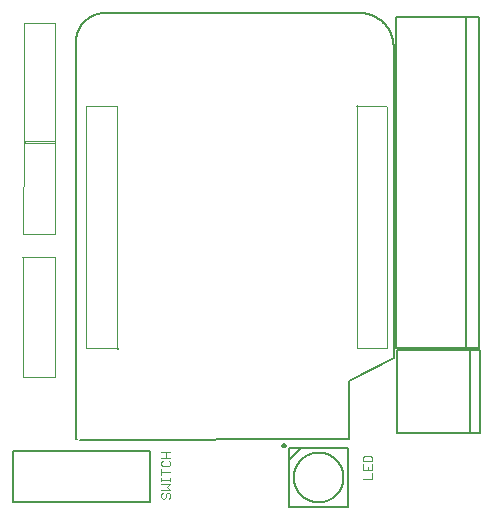
<source format=gto>
G75*
%MOIN*%
%OFA0B0*%
%FSLAX25Y25*%
%IPPOS*%
%LPD*%
%AMOC8*
5,1,8,0,0,1.08239X$1,22.5*
%
%ADD10C,0.00400*%
%ADD11C,0.00600*%
%ADD12C,0.00500*%
%ADD13C,0.00800*%
%ADD14C,0.00300*%
D10*
X0118490Y0051940D02*
X0118490Y0091840D01*
X0118290Y0091920D02*
X0128930Y0091920D01*
X0128930Y0091840D01*
X0129010Y0091840D01*
X0129010Y0051940D01*
X0118490Y0051940D01*
X0139670Y0061520D02*
X0150230Y0061520D01*
X0150230Y0061120D01*
X0149830Y0061120D01*
X0149830Y0142220D01*
X0139670Y0142220D01*
X0139670Y0061520D01*
X0129210Y0099600D02*
X0118650Y0099600D01*
X0118570Y0099620D01*
X0118510Y0100580D01*
X0118770Y0129720D01*
X0118910Y0129720D02*
X0129130Y0129800D01*
X0129210Y0099600D01*
X0129210Y0130260D02*
X0129210Y0170000D01*
X0118770Y0170000D01*
X0118770Y0169860D02*
X0118770Y0130260D01*
X0119050Y0130260D01*
X0119050Y0130400D01*
X0129090Y0130400D01*
X0229650Y0142100D02*
X0229790Y0142100D01*
X0229790Y0061660D01*
X0239810Y0061660D01*
X0239810Y0141960D01*
X0239650Y0142220D02*
X0230030Y0142220D01*
X0230008Y0142222D01*
X0229987Y0142227D01*
X0229966Y0142235D01*
X0229948Y0142247D01*
X0229931Y0142261D01*
X0229917Y0142278D01*
X0229905Y0142296D01*
X0229897Y0142317D01*
X0229892Y0142338D01*
X0229890Y0142360D01*
D11*
X0242030Y0161960D02*
X0242027Y0162231D01*
X0242017Y0162501D01*
X0242001Y0162771D01*
X0241978Y0163041D01*
X0241948Y0163310D01*
X0241912Y0163578D01*
X0241870Y0163846D01*
X0241821Y0164112D01*
X0241766Y0164377D01*
X0241705Y0164640D01*
X0241637Y0164902D01*
X0241562Y0165163D01*
X0241482Y0165421D01*
X0241395Y0165677D01*
X0241302Y0165932D01*
X0241203Y0166183D01*
X0241098Y0166433D01*
X0240987Y0166680D01*
X0240870Y0166924D01*
X0240747Y0167165D01*
X0240618Y0167403D01*
X0240484Y0167638D01*
X0240344Y0167870D01*
X0240198Y0168098D01*
X0240047Y0168322D01*
X0239891Y0168543D01*
X0239729Y0168760D01*
X0239562Y0168973D01*
X0239390Y0169182D01*
X0239213Y0169387D01*
X0239031Y0169587D01*
X0238845Y0169783D01*
X0238653Y0169975D01*
X0238457Y0170161D01*
X0238257Y0170343D01*
X0238052Y0170520D01*
X0237843Y0170692D01*
X0237630Y0170859D01*
X0237413Y0171021D01*
X0237192Y0171177D01*
X0236968Y0171328D01*
X0236740Y0171474D01*
X0236508Y0171614D01*
X0236273Y0171748D01*
X0236035Y0171877D01*
X0235794Y0172000D01*
X0235550Y0172117D01*
X0235303Y0172228D01*
X0235053Y0172333D01*
X0234802Y0172432D01*
X0234547Y0172525D01*
X0234291Y0172612D01*
X0234033Y0172692D01*
X0233772Y0172767D01*
X0233510Y0172835D01*
X0233247Y0172896D01*
X0232982Y0172951D01*
X0232716Y0173000D01*
X0232448Y0173042D01*
X0232180Y0173078D01*
X0231911Y0173108D01*
X0231641Y0173131D01*
X0231371Y0173147D01*
X0231101Y0173157D01*
X0230830Y0173160D01*
X0145690Y0173160D01*
X0145460Y0173157D01*
X0145230Y0173149D01*
X0145000Y0173135D01*
X0144771Y0173116D01*
X0144542Y0173091D01*
X0144314Y0173060D01*
X0144087Y0173024D01*
X0143861Y0172983D01*
X0143636Y0172936D01*
X0143412Y0172883D01*
X0143189Y0172826D01*
X0142968Y0172763D01*
X0142748Y0172694D01*
X0142530Y0172620D01*
X0142314Y0172541D01*
X0142100Y0172457D01*
X0141888Y0172368D01*
X0141678Y0172273D01*
X0141471Y0172174D01*
X0141266Y0172070D01*
X0141063Y0171960D01*
X0140864Y0171846D01*
X0140667Y0171727D01*
X0140473Y0171603D01*
X0140282Y0171475D01*
X0140094Y0171342D01*
X0139910Y0171204D01*
X0139729Y0171062D01*
X0139551Y0170916D01*
X0139377Y0170766D01*
X0139207Y0170611D01*
X0139040Y0170453D01*
X0138877Y0170290D01*
X0138719Y0170123D01*
X0138564Y0169953D01*
X0138414Y0169779D01*
X0138268Y0169601D01*
X0138126Y0169420D01*
X0137988Y0169236D01*
X0137855Y0169048D01*
X0137727Y0168857D01*
X0137603Y0168663D01*
X0137484Y0168466D01*
X0137370Y0168267D01*
X0137260Y0168064D01*
X0137156Y0167859D01*
X0137057Y0167652D01*
X0136962Y0167442D01*
X0136873Y0167230D01*
X0136789Y0167016D01*
X0136710Y0166800D01*
X0136636Y0166582D01*
X0136567Y0166362D01*
X0136504Y0166141D01*
X0136447Y0165918D01*
X0136394Y0165694D01*
X0136347Y0165469D01*
X0136306Y0165243D01*
X0136270Y0165016D01*
X0136239Y0164788D01*
X0136214Y0164559D01*
X0136195Y0164330D01*
X0136181Y0164100D01*
X0136173Y0163870D01*
X0136170Y0163640D01*
X0136170Y0031320D01*
X0136450Y0031320D01*
X0137570Y0030760D02*
X0227190Y0031040D01*
X0227190Y0050380D01*
X0242030Y0058240D01*
X0242030Y0161960D01*
D12*
X0243004Y0171678D02*
X0243004Y0061442D01*
X0266233Y0061442D01*
X0266233Y0171678D01*
X0243004Y0171678D01*
X0266233Y0171678D02*
X0270563Y0171678D01*
X0270563Y0061442D01*
X0266233Y0061442D01*
X0226893Y0028243D02*
X0226893Y0008557D01*
X0207207Y0008557D01*
X0207207Y0024306D01*
X0211144Y0028243D01*
X0226893Y0028243D01*
X0208782Y0018400D02*
X0208784Y0018603D01*
X0208792Y0018806D01*
X0208804Y0019008D01*
X0208822Y0019210D01*
X0208844Y0019412D01*
X0208871Y0019613D01*
X0208904Y0019814D01*
X0208941Y0020013D01*
X0208983Y0020212D01*
X0209030Y0020409D01*
X0209081Y0020605D01*
X0209138Y0020800D01*
X0209199Y0020994D01*
X0209265Y0021185D01*
X0209336Y0021376D01*
X0209411Y0021564D01*
X0209491Y0021751D01*
X0209576Y0021935D01*
X0209665Y0022117D01*
X0209758Y0022298D01*
X0209856Y0022475D01*
X0209958Y0022651D01*
X0210065Y0022823D01*
X0210175Y0022993D01*
X0210290Y0023161D01*
X0210409Y0023325D01*
X0210532Y0023487D01*
X0210659Y0023645D01*
X0210789Y0023800D01*
X0210924Y0023952D01*
X0211062Y0024101D01*
X0211204Y0024246D01*
X0211349Y0024388D01*
X0211498Y0024526D01*
X0211650Y0024661D01*
X0211805Y0024791D01*
X0211963Y0024918D01*
X0212125Y0025041D01*
X0212289Y0025160D01*
X0212457Y0025275D01*
X0212627Y0025385D01*
X0212799Y0025492D01*
X0212975Y0025594D01*
X0213152Y0025692D01*
X0213333Y0025785D01*
X0213515Y0025874D01*
X0213699Y0025959D01*
X0213886Y0026039D01*
X0214074Y0026114D01*
X0214265Y0026185D01*
X0214456Y0026251D01*
X0214650Y0026312D01*
X0214845Y0026369D01*
X0215041Y0026420D01*
X0215238Y0026467D01*
X0215437Y0026509D01*
X0215636Y0026546D01*
X0215837Y0026579D01*
X0216038Y0026606D01*
X0216240Y0026628D01*
X0216442Y0026646D01*
X0216644Y0026658D01*
X0216847Y0026666D01*
X0217050Y0026668D01*
X0217253Y0026666D01*
X0217456Y0026658D01*
X0217658Y0026646D01*
X0217860Y0026628D01*
X0218062Y0026606D01*
X0218263Y0026579D01*
X0218464Y0026546D01*
X0218663Y0026509D01*
X0218862Y0026467D01*
X0219059Y0026420D01*
X0219255Y0026369D01*
X0219450Y0026312D01*
X0219644Y0026251D01*
X0219835Y0026185D01*
X0220026Y0026114D01*
X0220214Y0026039D01*
X0220401Y0025959D01*
X0220585Y0025874D01*
X0220767Y0025785D01*
X0220948Y0025692D01*
X0221125Y0025594D01*
X0221301Y0025492D01*
X0221473Y0025385D01*
X0221643Y0025275D01*
X0221811Y0025160D01*
X0221975Y0025041D01*
X0222137Y0024918D01*
X0222295Y0024791D01*
X0222450Y0024661D01*
X0222602Y0024526D01*
X0222751Y0024388D01*
X0222896Y0024246D01*
X0223038Y0024101D01*
X0223176Y0023952D01*
X0223311Y0023800D01*
X0223441Y0023645D01*
X0223568Y0023487D01*
X0223691Y0023325D01*
X0223810Y0023161D01*
X0223925Y0022993D01*
X0224035Y0022823D01*
X0224142Y0022651D01*
X0224244Y0022475D01*
X0224342Y0022298D01*
X0224435Y0022117D01*
X0224524Y0021935D01*
X0224609Y0021751D01*
X0224689Y0021564D01*
X0224764Y0021376D01*
X0224835Y0021185D01*
X0224901Y0020994D01*
X0224962Y0020800D01*
X0225019Y0020605D01*
X0225070Y0020409D01*
X0225117Y0020212D01*
X0225159Y0020013D01*
X0225196Y0019814D01*
X0225229Y0019613D01*
X0225256Y0019412D01*
X0225278Y0019210D01*
X0225296Y0019008D01*
X0225308Y0018806D01*
X0225316Y0018603D01*
X0225318Y0018400D01*
X0225316Y0018197D01*
X0225308Y0017994D01*
X0225296Y0017792D01*
X0225278Y0017590D01*
X0225256Y0017388D01*
X0225229Y0017187D01*
X0225196Y0016986D01*
X0225159Y0016787D01*
X0225117Y0016588D01*
X0225070Y0016391D01*
X0225019Y0016195D01*
X0224962Y0016000D01*
X0224901Y0015806D01*
X0224835Y0015615D01*
X0224764Y0015424D01*
X0224689Y0015236D01*
X0224609Y0015049D01*
X0224524Y0014865D01*
X0224435Y0014683D01*
X0224342Y0014502D01*
X0224244Y0014325D01*
X0224142Y0014149D01*
X0224035Y0013977D01*
X0223925Y0013807D01*
X0223810Y0013639D01*
X0223691Y0013475D01*
X0223568Y0013313D01*
X0223441Y0013155D01*
X0223311Y0013000D01*
X0223176Y0012848D01*
X0223038Y0012699D01*
X0222896Y0012554D01*
X0222751Y0012412D01*
X0222602Y0012274D01*
X0222450Y0012139D01*
X0222295Y0012009D01*
X0222137Y0011882D01*
X0221975Y0011759D01*
X0221811Y0011640D01*
X0221643Y0011525D01*
X0221473Y0011415D01*
X0221301Y0011308D01*
X0221125Y0011206D01*
X0220948Y0011108D01*
X0220767Y0011015D01*
X0220585Y0010926D01*
X0220401Y0010841D01*
X0220214Y0010761D01*
X0220026Y0010686D01*
X0219835Y0010615D01*
X0219644Y0010549D01*
X0219450Y0010488D01*
X0219255Y0010431D01*
X0219059Y0010380D01*
X0218862Y0010333D01*
X0218663Y0010291D01*
X0218464Y0010254D01*
X0218263Y0010221D01*
X0218062Y0010194D01*
X0217860Y0010172D01*
X0217658Y0010154D01*
X0217456Y0010142D01*
X0217253Y0010134D01*
X0217050Y0010132D01*
X0216847Y0010134D01*
X0216644Y0010142D01*
X0216442Y0010154D01*
X0216240Y0010172D01*
X0216038Y0010194D01*
X0215837Y0010221D01*
X0215636Y0010254D01*
X0215437Y0010291D01*
X0215238Y0010333D01*
X0215041Y0010380D01*
X0214845Y0010431D01*
X0214650Y0010488D01*
X0214456Y0010549D01*
X0214265Y0010615D01*
X0214074Y0010686D01*
X0213886Y0010761D01*
X0213699Y0010841D01*
X0213515Y0010926D01*
X0213333Y0011015D01*
X0213152Y0011108D01*
X0212975Y0011206D01*
X0212799Y0011308D01*
X0212627Y0011415D01*
X0212457Y0011525D01*
X0212289Y0011640D01*
X0212125Y0011759D01*
X0211963Y0011882D01*
X0211805Y0012009D01*
X0211650Y0012139D01*
X0211498Y0012274D01*
X0211349Y0012412D01*
X0211204Y0012554D01*
X0211062Y0012699D01*
X0210924Y0012848D01*
X0210789Y0013000D01*
X0210659Y0013155D01*
X0210532Y0013313D01*
X0210409Y0013475D01*
X0210290Y0013639D01*
X0210175Y0013807D01*
X0210065Y0013977D01*
X0209958Y0014149D01*
X0209856Y0014325D01*
X0209758Y0014502D01*
X0209665Y0014683D01*
X0209576Y0014865D01*
X0209491Y0015049D01*
X0209411Y0015236D01*
X0209336Y0015424D01*
X0209265Y0015615D01*
X0209199Y0015806D01*
X0209138Y0016000D01*
X0209081Y0016195D01*
X0209030Y0016391D01*
X0208983Y0016588D01*
X0208941Y0016787D01*
X0208904Y0016986D01*
X0208871Y0017187D01*
X0208844Y0017388D01*
X0208822Y0017590D01*
X0208804Y0017792D01*
X0208792Y0017994D01*
X0208784Y0018197D01*
X0208782Y0018400D01*
X0207207Y0024306D02*
X0207207Y0028243D01*
X0211144Y0028243D01*
X0204942Y0028983D02*
X0204944Y0029030D01*
X0204950Y0029076D01*
X0204959Y0029122D01*
X0204973Y0029166D01*
X0204990Y0029210D01*
X0205011Y0029251D01*
X0205035Y0029291D01*
X0205062Y0029329D01*
X0205093Y0029364D01*
X0205126Y0029397D01*
X0205162Y0029427D01*
X0205201Y0029453D01*
X0205241Y0029477D01*
X0205283Y0029496D01*
X0205327Y0029513D01*
X0205372Y0029525D01*
X0205418Y0029534D01*
X0205464Y0029539D01*
X0205511Y0029540D01*
X0205557Y0029537D01*
X0205603Y0029530D01*
X0205649Y0029519D01*
X0205693Y0029505D01*
X0205736Y0029487D01*
X0205777Y0029465D01*
X0205817Y0029440D01*
X0205854Y0029412D01*
X0205889Y0029381D01*
X0205921Y0029347D01*
X0205950Y0029310D01*
X0205975Y0029272D01*
X0205998Y0029231D01*
X0206017Y0029188D01*
X0206032Y0029144D01*
X0206044Y0029099D01*
X0206052Y0029053D01*
X0206056Y0029006D01*
X0206056Y0028960D01*
X0206052Y0028913D01*
X0206044Y0028867D01*
X0206032Y0028822D01*
X0206017Y0028778D01*
X0205998Y0028735D01*
X0205975Y0028694D01*
X0205950Y0028656D01*
X0205921Y0028619D01*
X0205889Y0028585D01*
X0205854Y0028554D01*
X0205817Y0028526D01*
X0205778Y0028501D01*
X0205736Y0028479D01*
X0205693Y0028461D01*
X0205649Y0028447D01*
X0205603Y0028436D01*
X0205557Y0028429D01*
X0205511Y0028426D01*
X0205464Y0028427D01*
X0205418Y0028432D01*
X0205372Y0028441D01*
X0205327Y0028453D01*
X0205283Y0028470D01*
X0205241Y0028489D01*
X0205201Y0028513D01*
X0205162Y0028539D01*
X0205126Y0028569D01*
X0205093Y0028602D01*
X0205062Y0028637D01*
X0205035Y0028675D01*
X0205011Y0028715D01*
X0204990Y0028756D01*
X0204973Y0028800D01*
X0204959Y0028844D01*
X0204950Y0028890D01*
X0204944Y0028936D01*
X0204942Y0028983D01*
D13*
X0160944Y0010137D02*
X0115156Y0010137D01*
X0115156Y0027263D01*
X0160944Y0027263D01*
X0160944Y0010137D01*
X0243264Y0033310D02*
X0267674Y0033310D01*
X0267674Y0060869D01*
X0270823Y0060869D01*
X0270823Y0033310D01*
X0267674Y0033310D01*
X0243264Y0033310D02*
X0243264Y0060869D01*
X0267674Y0060869D01*
D14*
X0234327Y0025658D02*
X0232392Y0025658D01*
X0231909Y0025174D01*
X0231909Y0023723D01*
X0234811Y0023723D01*
X0234811Y0025174D01*
X0234327Y0025658D01*
X0234811Y0022712D02*
X0234811Y0020777D01*
X0231909Y0020777D01*
X0231909Y0022712D01*
X0233360Y0021744D02*
X0233360Y0020777D01*
X0234811Y0019765D02*
X0234811Y0017830D01*
X0231909Y0017830D01*
X0167500Y0017630D02*
X0164598Y0017630D01*
X0164598Y0017146D02*
X0164598Y0018114D01*
X0164598Y0019110D02*
X0164598Y0021045D01*
X0164598Y0020078D02*
X0167500Y0020078D01*
X0167500Y0018114D02*
X0167500Y0017146D01*
X0167500Y0016135D02*
X0164598Y0016135D01*
X0164598Y0014200D02*
X0167500Y0014200D01*
X0166533Y0015167D01*
X0167500Y0016135D01*
X0167016Y0013188D02*
X0167500Y0012704D01*
X0167500Y0011737D01*
X0167016Y0011253D01*
X0166049Y0011737D02*
X0165565Y0011253D01*
X0165081Y0011253D01*
X0164598Y0011737D01*
X0164598Y0012704D01*
X0165081Y0013188D01*
X0166049Y0012704D02*
X0166533Y0013188D01*
X0167016Y0013188D01*
X0166049Y0012704D02*
X0166049Y0011737D01*
X0165081Y0022057D02*
X0167016Y0022057D01*
X0167500Y0022541D01*
X0167500Y0023508D01*
X0167016Y0023992D01*
X0167500Y0025003D02*
X0164598Y0025003D01*
X0165081Y0023992D02*
X0164598Y0023508D01*
X0164598Y0022541D01*
X0165081Y0022057D01*
X0166049Y0025003D02*
X0166049Y0026938D01*
X0164598Y0026938D02*
X0167500Y0026938D01*
M02*

</source>
